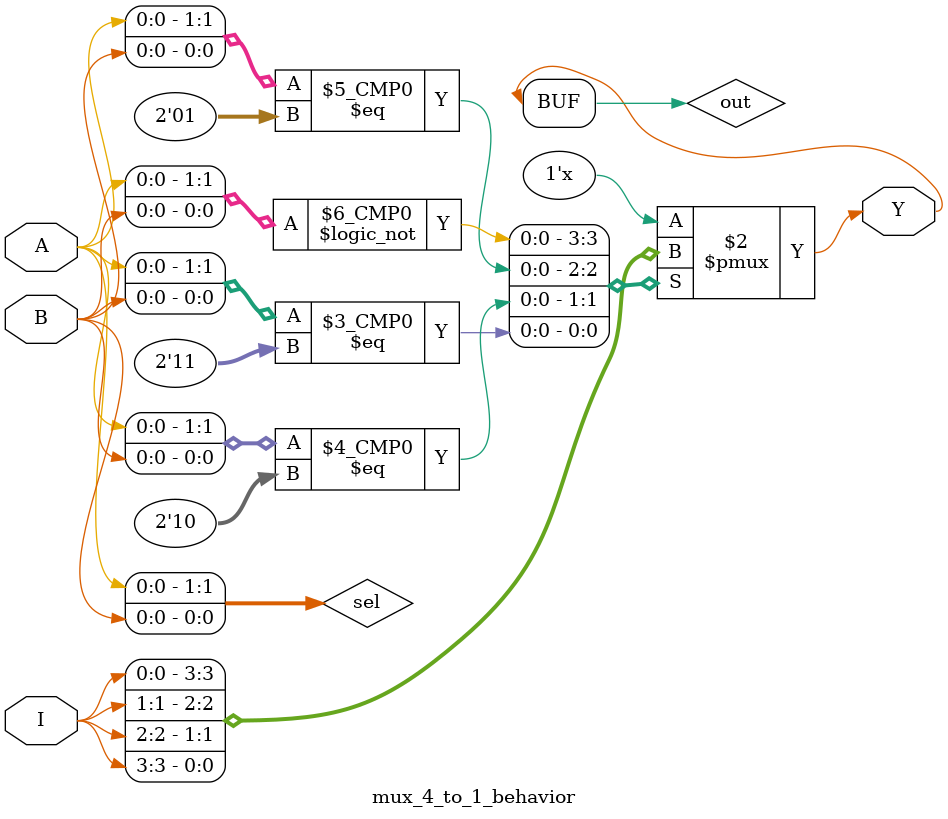
<source format=v>
`timescale 1ns / 1ps
module mux_4_to_1_behavior(
	 input [3:0] I,
	 input A,
	 input B,
	 output Y
	);

	 wire [1:0] sel;
	 reg out;
	 assign sel = {A, B};
	 assign Y = out;

	always @(I or sel) begin
		case (sel)
			2'b00: out = I[0];
			2'b01: out = I[1];
			2'b10: out = I[2];
			2'b11: out = I[3];
		endcase
	end

endmodule

</source>
